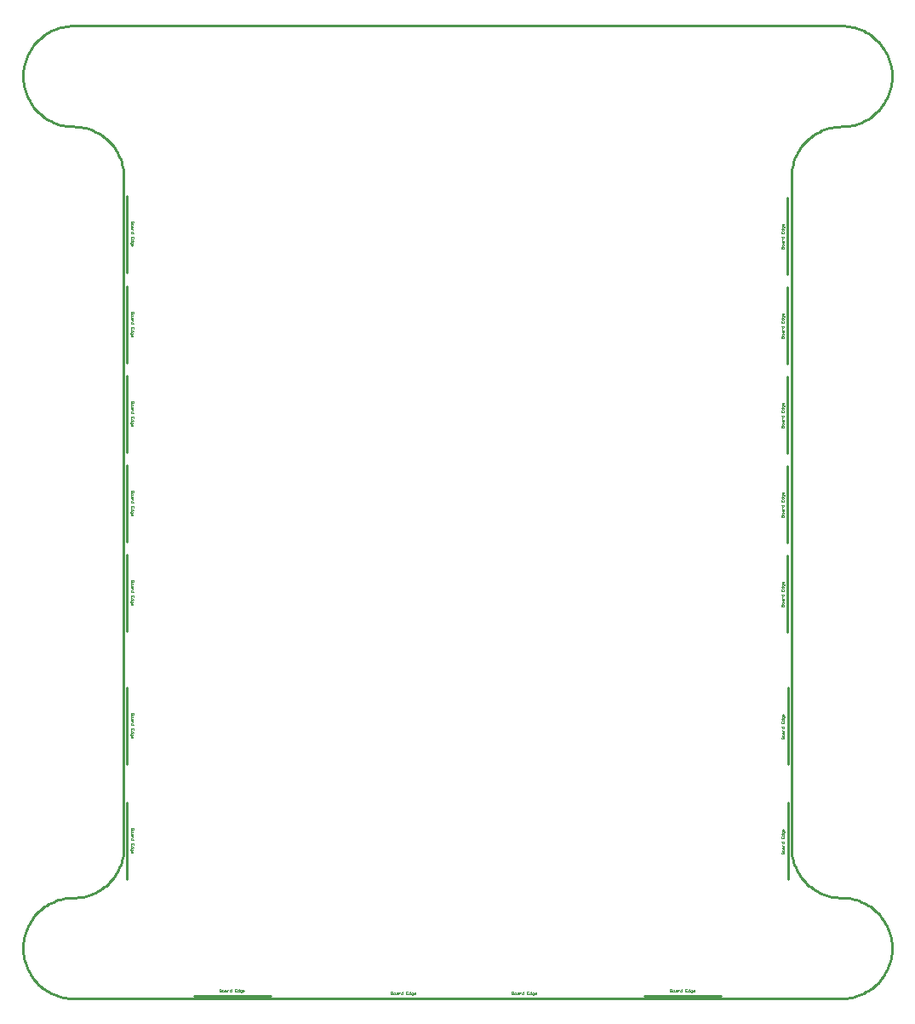
<source format=gm1>
G04*
G04 #@! TF.GenerationSoftware,Altium Limited,Altium Designer,20.1.12 (249)*
G04*
G04 Layer_Color=16711935*
%FSLAX25Y25*%
%MOIN*%
G70*
G04*
G04 #@! TF.SameCoordinates,2042196E-867F-4DAE-B54E-166F92C2B522*
G04*
G04*
G04 #@! TF.FilePolarity,Positive*
G04*
G01*
G75*
%ADD10C,0.01000*%
%ADD82C,0.00200*%
D10*
X263000Y531445D02*
X262975Y532442D01*
X262899Y533436D01*
X262773Y534426D01*
X262597Y535407D01*
X262372Y536379D01*
X262097Y537338D01*
X261775Y538282D01*
X261405Y539208D01*
X260988Y540114D01*
X260526Y540998D01*
X260020Y541858D01*
X259472Y542690D01*
X258881Y543494D01*
X258251Y544267D01*
X257582Y545007D01*
X256877Y545712D01*
X256137Y546381D01*
X255364Y547011D01*
X254560Y547602D01*
X253728Y548150D01*
X252868Y548656D01*
X251984Y549118D01*
X251078Y549535D01*
X250152Y549905D01*
X249208Y550227D01*
X248249Y550501D01*
X247277Y550727D01*
X246296Y550903D01*
X245306Y551029D01*
X244312Y551105D01*
X243315Y551130D01*
X544185D02*
X543188Y551105D01*
X542194Y551029D01*
X541204Y550903D01*
X540223Y550727D01*
X539251Y550501D01*
X538292Y550227D01*
X537348Y549905D01*
X536422Y549535D01*
X535516Y549118D01*
X534632Y548656D01*
X533772Y548150D01*
X532940Y547602D01*
X532136Y547011D01*
X531363Y546381D01*
X530623Y545712D01*
X529917Y545007D01*
X529249Y544267D01*
X528619Y543494D01*
X528028Y542690D01*
X527479Y541857D01*
X526973Y540998D01*
X526512Y540114D01*
X526095Y539208D01*
X525725Y538282D01*
X525403Y537338D01*
X525128Y536379D01*
X524903Y535407D01*
X524727Y534426D01*
X524601Y533436D01*
X524525Y532442D01*
X524500Y531445D01*
X243315Y249370D02*
X242318Y249345D01*
X241323Y249269D01*
X240334Y249143D01*
X239352Y248967D01*
X238381Y248742D01*
X237422Y248467D01*
X236478Y248145D01*
X235552Y247775D01*
X234646Y247358D01*
X233762Y246897D01*
X232902Y246391D01*
X232069Y245842D01*
X231266Y245251D01*
X230493Y244621D01*
X229753Y243953D01*
X229047Y243247D01*
X228379Y242507D01*
X227748Y241734D01*
X227158Y240931D01*
X226609Y240098D01*
X226103Y239238D01*
X225642Y238354D01*
X225225Y237448D01*
X224855Y236522D01*
X224533Y235578D01*
X224258Y234619D01*
X224033Y233648D01*
X223857Y232666D01*
X223731Y231677D01*
X223655Y230682D01*
X223630Y229685D01*
X223655Y228688D01*
X223731Y227694D01*
X223857Y226704D01*
X224033Y225722D01*
X224258Y224751D01*
X224533Y223792D01*
X224855Y222848D01*
X225225Y221922D01*
X225642Y221016D01*
X226103Y220132D01*
X226609Y219272D01*
X227158Y218440D01*
X227748Y217636D01*
X228379Y216863D01*
X229047Y216123D01*
X229753Y215417D01*
X230493Y214749D01*
X231266Y214119D01*
X232070Y213528D01*
X232902Y212979D01*
X233762Y212474D01*
X234646Y212012D01*
X235552Y211595D01*
X236478Y211225D01*
X237422Y210903D01*
X238381Y210628D01*
X239352Y210403D01*
X240334Y210227D01*
X241323Y210101D01*
X242318Y210025D01*
X243315Y210000D01*
Y249370D02*
X244312Y249395D01*
X245306Y249471D01*
X246296Y249597D01*
X247277Y249773D01*
X248249Y249998D01*
X249208Y250273D01*
X250152Y250595D01*
X251078Y250965D01*
X251984Y251382D01*
X252868Y251844D01*
X253728Y252349D01*
X254560Y252898D01*
X255364Y253489D01*
X256137Y254119D01*
X256877Y254788D01*
X257582Y255493D01*
X258251Y256233D01*
X258881Y257006D01*
X259472Y257810D01*
X260021Y258643D01*
X260526Y259502D01*
X260988Y260386D01*
X261405Y261292D01*
X261775Y262218D01*
X262097Y263162D01*
X262372Y264121D01*
X262597Y265093D01*
X262773Y266074D01*
X262899Y267064D01*
X262975Y268058D01*
X263000Y269055D01*
X524506Y269050D02*
X524531Y268053D01*
X524607Y267059D01*
X524733Y266070D01*
X524909Y265088D01*
X525134Y264116D01*
X525409Y263157D01*
X525731Y262214D01*
X526101Y261287D01*
X526518Y260381D01*
X526979Y259497D01*
X527486Y258638D01*
X528034Y257805D01*
X528625Y257001D01*
X529255Y256228D01*
X529923Y255488D01*
X530629Y254783D01*
X531369Y254114D01*
X532142Y253484D01*
X532946Y252894D01*
X533778Y252345D01*
X534638Y251839D01*
X535522Y251377D01*
X536428Y250961D01*
X537354Y250591D01*
X538298Y250268D01*
X539257Y249994D01*
X540229Y249768D01*
X541210Y249592D01*
X542200Y249466D01*
X543194Y249391D01*
X544191Y249365D01*
X243315Y590500D02*
X242318Y590475D01*
X241323Y590399D01*
X240334Y590273D01*
X239352Y590097D01*
X238381Y589872D01*
X237422Y589597D01*
X236478Y589275D01*
X235552Y588905D01*
X234646Y588488D01*
X233762Y588027D01*
X232902Y587521D01*
X232069Y586972D01*
X231266Y586381D01*
X230493Y585751D01*
X229753Y585082D01*
X229047Y584377D01*
X228379Y583637D01*
X227748Y582864D01*
X227158Y582060D01*
X226609Y581228D01*
X226103Y580368D01*
X225642Y579484D01*
X225225Y578578D01*
X224855Y577652D01*
X224533Y576708D01*
X224258Y575749D01*
X224033Y574778D01*
X223857Y573796D01*
X223731Y572806D01*
X223655Y571812D01*
X223630Y570815D01*
X223655Y569818D01*
X223731Y568823D01*
X223857Y567834D01*
X224033Y566852D01*
X224258Y565881D01*
X224533Y564922D01*
X224855Y563978D01*
X225225Y563052D01*
X225642Y562146D01*
X226103Y561262D01*
X226609Y560402D01*
X227158Y559570D01*
X227748Y558766D01*
X228379Y557993D01*
X229047Y557253D01*
X229753Y556547D01*
X230493Y555879D01*
X231266Y555248D01*
X232069Y554658D01*
X232902Y554109D01*
X233762Y553603D01*
X234646Y553142D01*
X235552Y552725D01*
X236478Y552355D01*
X237422Y552033D01*
X238381Y551758D01*
X239352Y551533D01*
X240334Y551357D01*
X241323Y551231D01*
X242318Y551155D01*
X243315Y551130D01*
X544185D02*
X545182Y551155D01*
X546176Y551231D01*
X547166Y551357D01*
X548148Y551533D01*
X549119Y551758D01*
X550078Y552033D01*
X551022Y552355D01*
X551948Y552725D01*
X552854Y553142D01*
X553738Y553603D01*
X554598Y554109D01*
X555431Y554658D01*
X556234Y555248D01*
X557007Y555879D01*
X557747Y556547D01*
X558453Y557253D01*
X559121Y557993D01*
X559752Y558766D01*
X560342Y559570D01*
X560891Y560402D01*
X561397Y561262D01*
X561858Y562146D01*
X562275Y563052D01*
X562645Y563978D01*
X562967Y564922D01*
X563242Y565881D01*
X563467Y566852D01*
X563643Y567834D01*
X563769Y568823D01*
X563845Y569818D01*
X563870Y570815D01*
X563845Y571812D01*
X563769Y572807D01*
X563643Y573796D01*
X563467Y574778D01*
X563242Y575749D01*
X562967Y576708D01*
X562645Y577652D01*
X562275Y578578D01*
X561858Y579484D01*
X561397Y580368D01*
X560891Y581228D01*
X560342Y582060D01*
X559752Y582864D01*
X559121Y583637D01*
X558453Y584377D01*
X557747Y585083D01*
X557007Y585751D01*
X556234Y586381D01*
X555430Y586972D01*
X554598Y587521D01*
X553738Y588027D01*
X552854Y588488D01*
X551948Y588905D01*
X551022Y589275D01*
X550078Y589597D01*
X549119Y589872D01*
X548147Y590097D01*
X547166Y590273D01*
X546176Y590399D01*
X545182Y590475D01*
X544185Y590500D01*
X544191Y209995D02*
X545188Y210020D01*
X546182Y210096D01*
X547172Y210222D01*
X548154Y210398D01*
X549125Y210624D01*
X550084Y210898D01*
X551028Y211221D01*
X551954Y211591D01*
X552860Y212007D01*
X553744Y212469D01*
X554604Y212975D01*
X555437Y213524D01*
X556240Y214114D01*
X557013Y214744D01*
X557753Y215413D01*
X558459Y216118D01*
X559127Y216858D01*
X559758Y217631D01*
X560348Y218435D01*
X560897Y219268D01*
X561403Y220127D01*
X561864Y221011D01*
X562281Y221917D01*
X562651Y222844D01*
X562973Y223787D01*
X563248Y224746D01*
X563473Y225718D01*
X563649Y226699D01*
X563775Y227689D01*
X563851Y228683D01*
X563876Y229680D01*
X563851Y230677D01*
X563775Y231672D01*
X563649Y232661D01*
X563473Y233643D01*
X563248Y234614D01*
X562973Y235573D01*
X562651Y236517D01*
X562281Y237443D01*
X561864Y238350D01*
X561403Y239233D01*
X560897Y240093D01*
X560348Y240926D01*
X559758Y241730D01*
X559127Y242503D01*
X558459Y243243D01*
X557753Y243948D01*
X557013Y244617D01*
X556240Y245247D01*
X555436Y245837D01*
X554604Y246386D01*
X553744Y246892D01*
X552860Y247354D01*
X551954Y247770D01*
X551028Y248140D01*
X550084Y248463D01*
X549125Y248737D01*
X548153Y248962D01*
X547172Y249138D01*
X546182Y249264D01*
X545188Y249340D01*
X544191Y249365D01*
X263000Y269055D02*
X263000Y269055D01*
X263000Y269055D02*
Y531445D01*
X524500D02*
X524500Y269000D01*
X243315Y210000D02*
X524500D01*
X263000Y590500D02*
X524500D01*
X243315D02*
X263000D01*
X524500D02*
X544185D01*
X524506Y209995D02*
X544191D01*
X405000Y210000D02*
X435000D01*
X264376Y494000D02*
Y524000D01*
X523000Y493376D02*
Y523376D01*
X264376Y458500D02*
Y488500D01*
X523000Y458376D02*
Y488376D01*
X264376Y423500D02*
Y453500D01*
X523000Y423376D02*
Y453376D01*
X264376Y388500D02*
Y418500D01*
X523000Y388376D02*
Y418376D01*
X264376Y353500D02*
Y383500D01*
X523000Y353376D02*
Y383376D01*
X264376Y301500D02*
Y331500D01*
X523124Y301500D02*
Y331500D01*
X264376Y256500D02*
Y286500D01*
X523124Y256500D02*
Y286500D01*
X467000Y211000D02*
X497000D01*
X290500D02*
X320500D01*
X357701Y210000D02*
X387701D01*
D82*
X415000Y212500D02*
Y211500D01*
X415500D01*
X415666Y211667D01*
Y211833D01*
X415500Y212000D01*
X415000D01*
X415500D01*
X415666Y212166D01*
Y212333D01*
X415500Y212500D01*
X415000D01*
X416166Y211500D02*
X416500D01*
X416666Y211667D01*
Y212000D01*
X416500Y212166D01*
X416166D01*
X416000Y212000D01*
Y211667D01*
X416166Y211500D01*
X417166Y212166D02*
X417499D01*
X417666Y212000D01*
Y211500D01*
X417166D01*
X416999Y211667D01*
X417166Y211833D01*
X417666D01*
X417999Y212166D02*
Y211500D01*
Y211833D01*
X418166Y212000D01*
X418332Y212166D01*
X418499D01*
X419665Y212500D02*
Y211500D01*
X419165D01*
X418999Y211667D01*
Y212000D01*
X419165Y212166D01*
X419665D01*
X421664Y212500D02*
X420998D01*
Y211500D01*
X421664D01*
X420998Y212000D02*
X421331D01*
X422664Y212500D02*
Y211500D01*
X422164D01*
X421998Y211667D01*
Y212000D01*
X422164Y212166D01*
X422664D01*
X423331Y211167D02*
X423497D01*
X423664Y211333D01*
Y212166D01*
X423164D01*
X422997Y212000D01*
Y211667D01*
X423164Y211500D01*
X423664D01*
X424497D02*
X424164D01*
X423997Y211667D01*
Y212000D01*
X424164Y212166D01*
X424497D01*
X424664Y212000D01*
Y211833D01*
X423997D01*
X266876Y514000D02*
X265876D01*
Y513500D01*
X266043Y513334D01*
X266210D01*
X266376Y513500D01*
Y514000D01*
Y513500D01*
X266543Y513334D01*
X266709D01*
X266876Y513500D01*
Y514000D01*
X265876Y512834D02*
Y512500D01*
X266043Y512334D01*
X266376D01*
X266543Y512500D01*
Y512834D01*
X266376Y513000D01*
X266043D01*
X265876Y512834D01*
X266543Y511834D02*
Y511501D01*
X266376Y511334D01*
X265876D01*
Y511834D01*
X266043Y512001D01*
X266210Y511834D01*
Y511334D01*
X266543Y511001D02*
X265876D01*
X266210D01*
X266376Y510834D01*
X266543Y510668D01*
Y510501D01*
X266876Y509335D02*
X265876D01*
Y509835D01*
X266043Y510001D01*
X266376D01*
X266543Y509835D01*
Y509335D01*
X266876Y507336D02*
Y508002D01*
X265876D01*
Y507336D01*
X266376Y508002D02*
Y507669D01*
X266876Y506336D02*
X265876D01*
Y506836D01*
X266043Y507002D01*
X266376D01*
X266543Y506836D01*
Y506336D01*
X265543Y505669D02*
Y505503D01*
X265710Y505336D01*
X266543D01*
Y505836D01*
X266376Y506003D01*
X266043D01*
X265876Y505836D01*
Y505336D01*
Y504503D02*
Y504836D01*
X266043Y505003D01*
X266376D01*
X266543Y504836D01*
Y504503D01*
X266376Y504336D01*
X266210D01*
Y505003D01*
X520500Y503376D02*
X521500D01*
Y503876D01*
X521333Y504043D01*
X521167D01*
X521000Y503876D01*
Y503376D01*
Y503876D01*
X520834Y504043D01*
X520667D01*
X520500Y503876D01*
Y503376D01*
X521500Y504543D02*
Y504876D01*
X521333Y505043D01*
X521000D01*
X520834Y504876D01*
Y504543D01*
X521000Y504376D01*
X521333D01*
X521500Y504543D01*
X520834Y505542D02*
Y505876D01*
X521000Y506042D01*
X521500D01*
Y505542D01*
X521333Y505376D01*
X521167Y505542D01*
Y506042D01*
X520834Y506375D02*
X521500D01*
X521167D01*
X521000Y506542D01*
X520834Y506709D01*
Y506875D01*
X520500Y508042D02*
X521500D01*
Y507542D01*
X521333Y507375D01*
X521000D01*
X520834Y507542D01*
Y508042D01*
X520500Y510041D02*
Y509375D01*
X521500D01*
Y510041D01*
X521000Y509375D02*
Y509708D01*
X520500Y511041D02*
X521500D01*
Y510541D01*
X521333Y510374D01*
X521000D01*
X520834Y510541D01*
Y511041D01*
X521833Y511707D02*
Y511874D01*
X521667Y512040D01*
X520834D01*
Y511540D01*
X521000Y511374D01*
X521333D01*
X521500Y511540D01*
Y512040D01*
Y512873D02*
Y512540D01*
X521333Y512373D01*
X521000D01*
X520834Y512540D01*
Y512873D01*
X521000Y513040D01*
X521167D01*
Y512373D01*
X266876Y478500D02*
X265876D01*
Y478000D01*
X266043Y477834D01*
X266210D01*
X266376Y478000D01*
Y478500D01*
Y478000D01*
X266543Y477834D01*
X266709D01*
X266876Y478000D01*
Y478500D01*
X265876Y477334D02*
Y477001D01*
X266043Y476834D01*
X266376D01*
X266543Y477001D01*
Y477334D01*
X266376Y477500D01*
X266043D01*
X265876Y477334D01*
X266543Y476334D02*
Y476001D01*
X266376Y475834D01*
X265876D01*
Y476334D01*
X266043Y476501D01*
X266210Y476334D01*
Y475834D01*
X266543Y475501D02*
X265876D01*
X266210D01*
X266376Y475334D01*
X266543Y475168D01*
Y475001D01*
X266876Y473835D02*
X265876D01*
Y474335D01*
X266043Y474501D01*
X266376D01*
X266543Y474335D01*
Y473835D01*
X266876Y471836D02*
Y472502D01*
X265876D01*
Y471836D01*
X266376Y472502D02*
Y472169D01*
X266876Y470836D02*
X265876D01*
Y471336D01*
X266043Y471502D01*
X266376D01*
X266543Y471336D01*
Y470836D01*
X265543Y470169D02*
Y470003D01*
X265710Y469836D01*
X266543D01*
Y470336D01*
X266376Y470503D01*
X266043D01*
X265876Y470336D01*
Y469836D01*
Y469003D02*
Y469336D01*
X266043Y469503D01*
X266376D01*
X266543Y469336D01*
Y469003D01*
X266376Y468836D01*
X266210D01*
Y469503D01*
X520500Y468376D02*
X521500D01*
Y468876D01*
X521333Y469043D01*
X521167D01*
X521000Y468876D01*
Y468376D01*
Y468876D01*
X520834Y469043D01*
X520667D01*
X520500Y468876D01*
Y468376D01*
X521500Y469543D02*
Y469876D01*
X521333Y470043D01*
X521000D01*
X520834Y469876D01*
Y469543D01*
X521000Y469376D01*
X521333D01*
X521500Y469543D01*
X520834Y470542D02*
Y470876D01*
X521000Y471042D01*
X521500D01*
Y470542D01*
X521333Y470376D01*
X521167Y470542D01*
Y471042D01*
X520834Y471375D02*
X521500D01*
X521167D01*
X521000Y471542D01*
X520834Y471709D01*
Y471875D01*
X520500Y473042D02*
X521500D01*
Y472542D01*
X521333Y472375D01*
X521000D01*
X520834Y472542D01*
Y473042D01*
X520500Y475041D02*
Y474374D01*
X521500D01*
Y475041D01*
X521000Y474374D02*
Y474708D01*
X520500Y476041D02*
X521500D01*
Y475541D01*
X521333Y475374D01*
X521000D01*
X520834Y475541D01*
Y476041D01*
X521833Y476707D02*
Y476874D01*
X521667Y477040D01*
X520834D01*
Y476540D01*
X521000Y476374D01*
X521333D01*
X521500Y476540D01*
Y477040D01*
Y477873D02*
Y477540D01*
X521333Y477374D01*
X521000D01*
X520834Y477540D01*
Y477873D01*
X521000Y478040D01*
X521167D01*
Y477374D01*
X266876Y443500D02*
X265876D01*
Y443000D01*
X266043Y442834D01*
X266210D01*
X266376Y443000D01*
Y443500D01*
Y443000D01*
X266543Y442834D01*
X266709D01*
X266876Y443000D01*
Y443500D01*
X265876Y442334D02*
Y442000D01*
X266043Y441834D01*
X266376D01*
X266543Y442000D01*
Y442334D01*
X266376Y442500D01*
X266043D01*
X265876Y442334D01*
X266543Y441334D02*
Y441001D01*
X266376Y440834D01*
X265876D01*
Y441334D01*
X266043Y441501D01*
X266210Y441334D01*
Y440834D01*
X266543Y440501D02*
X265876D01*
X266210D01*
X266376Y440334D01*
X266543Y440168D01*
Y440001D01*
X266876Y438835D02*
X265876D01*
Y439335D01*
X266043Y439501D01*
X266376D01*
X266543Y439335D01*
Y438835D01*
X266876Y436835D02*
Y437502D01*
X265876D01*
Y436835D01*
X266376Y437502D02*
Y437169D01*
X266876Y435836D02*
X265876D01*
Y436336D01*
X266043Y436502D01*
X266376D01*
X266543Y436336D01*
Y435836D01*
X265543Y435169D02*
Y435003D01*
X265710Y434836D01*
X266543D01*
Y435336D01*
X266376Y435503D01*
X266043D01*
X265876Y435336D01*
Y434836D01*
Y434003D02*
Y434336D01*
X266043Y434503D01*
X266376D01*
X266543Y434336D01*
Y434003D01*
X266376Y433836D01*
X266210D01*
Y434503D01*
X520500Y433376D02*
X521500D01*
Y433876D01*
X521333Y434043D01*
X521167D01*
X521000Y433876D01*
Y433376D01*
Y433876D01*
X520834Y434043D01*
X520667D01*
X520500Y433876D01*
Y433376D01*
X521500Y434543D02*
Y434876D01*
X521333Y435042D01*
X521000D01*
X520834Y434876D01*
Y434543D01*
X521000Y434376D01*
X521333D01*
X521500Y434543D01*
X520834Y435542D02*
Y435876D01*
X521000Y436042D01*
X521500D01*
Y435542D01*
X521333Y435376D01*
X521167Y435542D01*
Y436042D01*
X520834Y436375D02*
X521500D01*
X521167D01*
X521000Y436542D01*
X520834Y436709D01*
Y436875D01*
X520500Y438042D02*
X521500D01*
Y437542D01*
X521333Y437375D01*
X521000D01*
X520834Y437542D01*
Y438042D01*
X520500Y440041D02*
Y439374D01*
X521500D01*
Y440041D01*
X521000Y439374D02*
Y439708D01*
X520500Y441041D02*
X521500D01*
Y440541D01*
X521333Y440374D01*
X521000D01*
X520834Y440541D01*
Y441041D01*
X521833Y441707D02*
Y441874D01*
X521667Y442040D01*
X520834D01*
Y441540D01*
X521000Y441374D01*
X521333D01*
X521500Y441540D01*
Y442040D01*
Y442873D02*
Y442540D01*
X521333Y442374D01*
X521000D01*
X520834Y442540D01*
Y442873D01*
X521000Y443040D01*
X521167D01*
Y442374D01*
X266876Y408500D02*
X265876D01*
Y408000D01*
X266043Y407834D01*
X266210D01*
X266376Y408000D01*
Y408500D01*
Y408000D01*
X266543Y407834D01*
X266709D01*
X266876Y408000D01*
Y408500D01*
X265876Y407334D02*
Y407000D01*
X266043Y406834D01*
X266376D01*
X266543Y407000D01*
Y407334D01*
X266376Y407500D01*
X266043D01*
X265876Y407334D01*
X266543Y406334D02*
Y406001D01*
X266376Y405834D01*
X265876D01*
Y406334D01*
X266043Y406501D01*
X266210Y406334D01*
Y405834D01*
X266543Y405501D02*
X265876D01*
X266210D01*
X266376Y405334D01*
X266543Y405168D01*
Y405001D01*
X266876Y403835D02*
X265876D01*
Y404335D01*
X266043Y404501D01*
X266376D01*
X266543Y404335D01*
Y403835D01*
X266876Y401835D02*
Y402502D01*
X265876D01*
Y401835D01*
X266376Y402502D02*
Y402169D01*
X266876Y400836D02*
X265876D01*
Y401336D01*
X266043Y401502D01*
X266376D01*
X266543Y401336D01*
Y400836D01*
X265543Y400169D02*
Y400003D01*
X265710Y399836D01*
X266543D01*
Y400336D01*
X266376Y400503D01*
X266043D01*
X265876Y400336D01*
Y399836D01*
Y399003D02*
Y399336D01*
X266043Y399503D01*
X266376D01*
X266543Y399336D01*
Y399003D01*
X266376Y398836D01*
X266210D01*
Y399503D01*
X520500Y398376D02*
X521500D01*
Y398876D01*
X521333Y399043D01*
X521167D01*
X521000Y398876D01*
Y398376D01*
Y398876D01*
X520834Y399043D01*
X520667D01*
X520500Y398876D01*
Y398376D01*
X521500Y399543D02*
Y399876D01*
X521333Y400042D01*
X521000D01*
X520834Y399876D01*
Y399543D01*
X521000Y399376D01*
X521333D01*
X521500Y399543D01*
X520834Y400542D02*
Y400876D01*
X521000Y401042D01*
X521500D01*
Y400542D01*
X521333Y400376D01*
X521167Y400542D01*
Y401042D01*
X520834Y401375D02*
X521500D01*
X521167D01*
X521000Y401542D01*
X520834Y401709D01*
Y401875D01*
X520500Y403042D02*
X521500D01*
Y402542D01*
X521333Y402375D01*
X521000D01*
X520834Y402542D01*
Y403042D01*
X520500Y405041D02*
Y404375D01*
X521500D01*
Y405041D01*
X521000Y404375D02*
Y404708D01*
X520500Y406041D02*
X521500D01*
Y405541D01*
X521333Y405374D01*
X521000D01*
X520834Y405541D01*
Y406041D01*
X521833Y406707D02*
Y406874D01*
X521667Y407040D01*
X520834D01*
Y406540D01*
X521000Y406374D01*
X521333D01*
X521500Y406540D01*
Y407040D01*
Y407873D02*
Y407540D01*
X521333Y407374D01*
X521000D01*
X520834Y407540D01*
Y407873D01*
X521000Y408040D01*
X521167D01*
Y407374D01*
X266876Y373500D02*
X265876D01*
Y373000D01*
X266043Y372834D01*
X266210D01*
X266376Y373000D01*
Y373500D01*
Y373000D01*
X266543Y372834D01*
X266709D01*
X266876Y373000D01*
Y373500D01*
X265876Y372334D02*
Y372001D01*
X266043Y371834D01*
X266376D01*
X266543Y372001D01*
Y372334D01*
X266376Y372500D01*
X266043D01*
X265876Y372334D01*
X266543Y371334D02*
Y371001D01*
X266376Y370834D01*
X265876D01*
Y371334D01*
X266043Y371501D01*
X266210Y371334D01*
Y370834D01*
X266543Y370501D02*
X265876D01*
X266210D01*
X266376Y370334D01*
X266543Y370168D01*
Y370001D01*
X266876Y368835D02*
X265876D01*
Y369335D01*
X266043Y369501D01*
X266376D01*
X266543Y369335D01*
Y368835D01*
X266876Y366835D02*
Y367502D01*
X265876D01*
Y366835D01*
X266376Y367502D02*
Y367169D01*
X266876Y365836D02*
X265876D01*
Y366336D01*
X266043Y366502D01*
X266376D01*
X266543Y366336D01*
Y365836D01*
X265543Y365169D02*
Y365003D01*
X265710Y364836D01*
X266543D01*
Y365336D01*
X266376Y365503D01*
X266043D01*
X265876Y365336D01*
Y364836D01*
Y364003D02*
Y364336D01*
X266043Y364503D01*
X266376D01*
X266543Y364336D01*
Y364003D01*
X266376Y363836D01*
X266210D01*
Y364503D01*
X520500Y363376D02*
X521500D01*
Y363876D01*
X521333Y364043D01*
X521167D01*
X521000Y363876D01*
Y363376D01*
Y363876D01*
X520834Y364043D01*
X520667D01*
X520500Y363876D01*
Y363376D01*
X521500Y364543D02*
Y364876D01*
X521333Y365042D01*
X521000D01*
X520834Y364876D01*
Y364543D01*
X521000Y364376D01*
X521333D01*
X521500Y364543D01*
X520834Y365542D02*
Y365876D01*
X521000Y366042D01*
X521500D01*
Y365542D01*
X521333Y365376D01*
X521167Y365542D01*
Y366042D01*
X520834Y366375D02*
X521500D01*
X521167D01*
X521000Y366542D01*
X520834Y366709D01*
Y366875D01*
X520500Y368042D02*
X521500D01*
Y367542D01*
X521333Y367375D01*
X521000D01*
X520834Y367542D01*
Y368042D01*
X520500Y370041D02*
Y369374D01*
X521500D01*
Y370041D01*
X521000Y369374D02*
Y369708D01*
X520500Y371041D02*
X521500D01*
Y370541D01*
X521333Y370374D01*
X521000D01*
X520834Y370541D01*
Y371041D01*
X521833Y371707D02*
Y371874D01*
X521667Y372040D01*
X520834D01*
Y371540D01*
X521000Y371374D01*
X521333D01*
X521500Y371540D01*
Y372040D01*
Y372873D02*
Y372540D01*
X521333Y372374D01*
X521000D01*
X520834Y372540D01*
Y372873D01*
X521000Y373040D01*
X521167D01*
Y372374D01*
X266876Y321500D02*
X265876D01*
Y321000D01*
X266043Y320834D01*
X266210D01*
X266376Y321000D01*
Y321500D01*
Y321000D01*
X266543Y320834D01*
X266709D01*
X266876Y321000D01*
Y321500D01*
X265876Y320334D02*
Y320001D01*
X266043Y319834D01*
X266376D01*
X266543Y320001D01*
Y320334D01*
X266376Y320500D01*
X266043D01*
X265876Y320334D01*
X266543Y319334D02*
Y319001D01*
X266376Y318834D01*
X265876D01*
Y319334D01*
X266043Y319501D01*
X266210Y319334D01*
Y318834D01*
X266543Y318501D02*
X265876D01*
X266210D01*
X266376Y318334D01*
X266543Y318168D01*
Y318001D01*
X266876Y316835D02*
X265876D01*
Y317335D01*
X266043Y317501D01*
X266376D01*
X266543Y317335D01*
Y316835D01*
X266876Y314836D02*
Y315502D01*
X265876D01*
Y314836D01*
X266376Y315502D02*
Y315169D01*
X266876Y313836D02*
X265876D01*
Y314336D01*
X266043Y314502D01*
X266376D01*
X266543Y314336D01*
Y313836D01*
X265543Y313169D02*
Y313003D01*
X265710Y312836D01*
X266543D01*
Y313336D01*
X266376Y313503D01*
X266043D01*
X265876Y313336D01*
Y312836D01*
Y312003D02*
Y312336D01*
X266043Y312503D01*
X266376D01*
X266543Y312336D01*
Y312003D01*
X266376Y311836D01*
X266210D01*
Y312503D01*
X520624Y311500D02*
X521624D01*
Y312000D01*
X521457Y312166D01*
X521290D01*
X521124Y312000D01*
Y311500D01*
Y312000D01*
X520957Y312166D01*
X520791D01*
X520624Y312000D01*
Y311500D01*
X521624Y312666D02*
Y313000D01*
X521457Y313166D01*
X521124D01*
X520957Y313000D01*
Y312666D01*
X521124Y312500D01*
X521457D01*
X521624Y312666D01*
X520957Y313666D02*
Y313999D01*
X521124Y314166D01*
X521624D01*
Y313666D01*
X521457Y313499D01*
X521290Y313666D01*
Y314166D01*
X520957Y314499D02*
X521624D01*
X521290D01*
X521124Y314666D01*
X520957Y314832D01*
Y314999D01*
X520624Y316165D02*
X521624D01*
Y315665D01*
X521457Y315499D01*
X521124D01*
X520957Y315665D01*
Y316165D01*
X520624Y318164D02*
Y317498D01*
X521624D01*
Y318164D01*
X521124Y317498D02*
Y317831D01*
X520624Y319164D02*
X521624D01*
Y318664D01*
X521457Y318498D01*
X521124D01*
X520957Y318664D01*
Y319164D01*
X521957Y319831D02*
Y319997D01*
X521790Y320164D01*
X520957D01*
Y319664D01*
X521124Y319497D01*
X521457D01*
X521624Y319664D01*
Y320164D01*
Y320997D02*
Y320664D01*
X521457Y320497D01*
X521124D01*
X520957Y320664D01*
Y320997D01*
X521124Y321164D01*
X521290D01*
Y320497D01*
X266876Y276500D02*
X265876D01*
Y276000D01*
X266043Y275834D01*
X266210D01*
X266376Y276000D01*
Y276500D01*
Y276000D01*
X266543Y275834D01*
X266709D01*
X266876Y276000D01*
Y276500D01*
X265876Y275334D02*
Y275001D01*
X266043Y274834D01*
X266376D01*
X266543Y275001D01*
Y275334D01*
X266376Y275500D01*
X266043D01*
X265876Y275334D01*
X266543Y274334D02*
Y274001D01*
X266376Y273834D01*
X265876D01*
Y274334D01*
X266043Y274501D01*
X266210Y274334D01*
Y273834D01*
X266543Y273501D02*
X265876D01*
X266210D01*
X266376Y273334D01*
X266543Y273168D01*
Y273001D01*
X266876Y271835D02*
X265876D01*
Y272335D01*
X266043Y272501D01*
X266376D01*
X266543Y272335D01*
Y271835D01*
X266876Y269835D02*
Y270502D01*
X265876D01*
Y269835D01*
X266376Y270502D02*
Y270169D01*
X266876Y268836D02*
X265876D01*
Y269336D01*
X266043Y269502D01*
X266376D01*
X266543Y269336D01*
Y268836D01*
X265543Y268169D02*
Y268003D01*
X265710Y267836D01*
X266543D01*
Y268336D01*
X266376Y268503D01*
X266043D01*
X265876Y268336D01*
Y267836D01*
Y267003D02*
Y267336D01*
X266043Y267503D01*
X266376D01*
X266543Y267336D01*
Y267003D01*
X266376Y266836D01*
X266210D01*
Y267503D01*
X520624Y266500D02*
X521624D01*
Y267000D01*
X521457Y267166D01*
X521290D01*
X521124Y267000D01*
Y266500D01*
Y267000D01*
X520957Y267166D01*
X520791D01*
X520624Y267000D01*
Y266500D01*
X521624Y267666D02*
Y268000D01*
X521457Y268166D01*
X521124D01*
X520957Y268000D01*
Y267666D01*
X521124Y267500D01*
X521457D01*
X521624Y267666D01*
X520957Y268666D02*
Y268999D01*
X521124Y269166D01*
X521624D01*
Y268666D01*
X521457Y268499D01*
X521290Y268666D01*
Y269166D01*
X520957Y269499D02*
X521624D01*
X521290D01*
X521124Y269666D01*
X520957Y269832D01*
Y269999D01*
X520624Y271165D02*
X521624D01*
Y270665D01*
X521457Y270499D01*
X521124D01*
X520957Y270665D01*
Y271165D01*
X520624Y273165D02*
Y272498D01*
X521624D01*
Y273165D01*
X521124Y272498D02*
Y272831D01*
X520624Y274164D02*
X521624D01*
Y273664D01*
X521457Y273498D01*
X521124D01*
X520957Y273664D01*
Y274164D01*
X521957Y274831D02*
Y274997D01*
X521790Y275164D01*
X520957D01*
Y274664D01*
X521124Y274497D01*
X521457D01*
X521624Y274664D01*
Y275164D01*
Y275997D02*
Y275664D01*
X521457Y275497D01*
X521124D01*
X520957Y275664D01*
Y275997D01*
X521124Y276164D01*
X521290D01*
Y275497D01*
X477000Y213500D02*
Y212500D01*
X477500D01*
X477666Y212667D01*
Y212833D01*
X477500Y213000D01*
X477000D01*
X477500D01*
X477666Y213166D01*
Y213333D01*
X477500Y213500D01*
X477000D01*
X478166Y212500D02*
X478500D01*
X478666Y212667D01*
Y213000D01*
X478500Y213166D01*
X478166D01*
X478000Y213000D01*
Y212667D01*
X478166Y212500D01*
X479166Y213166D02*
X479499D01*
X479666Y213000D01*
Y212500D01*
X479166D01*
X478999Y212667D01*
X479166Y212833D01*
X479666D01*
X479999Y213166D02*
Y212500D01*
Y212833D01*
X480166Y213000D01*
X480332Y213166D01*
X480499D01*
X481665Y213500D02*
Y212500D01*
X481165D01*
X480999Y212667D01*
Y213000D01*
X481165Y213166D01*
X481665D01*
X483665Y213500D02*
X482998D01*
Y212500D01*
X483665D01*
X482998Y213000D02*
X483331D01*
X484664Y213500D02*
Y212500D01*
X484164D01*
X483998Y212667D01*
Y213000D01*
X484164Y213166D01*
X484664D01*
X485331Y212167D02*
X485497D01*
X485664Y212333D01*
Y213166D01*
X485164D01*
X484997Y213000D01*
Y212667D01*
X485164Y212500D01*
X485664D01*
X486497D02*
X486164D01*
X485997Y212667D01*
Y213000D01*
X486164Y213166D01*
X486497D01*
X486664Y213000D01*
Y212833D01*
X485997D01*
X300500Y213500D02*
Y212500D01*
X301000D01*
X301166Y212667D01*
Y212833D01*
X301000Y213000D01*
X300500D01*
X301000D01*
X301166Y213166D01*
Y213333D01*
X301000Y213500D01*
X300500D01*
X301666Y212500D02*
X301999D01*
X302166Y212667D01*
Y213000D01*
X301999Y213166D01*
X301666D01*
X301500Y213000D01*
Y212667D01*
X301666Y212500D01*
X302666Y213166D02*
X302999D01*
X303166Y213000D01*
Y212500D01*
X302666D01*
X302499Y212667D01*
X302666Y212833D01*
X303166D01*
X303499Y213166D02*
Y212500D01*
Y212833D01*
X303666Y213000D01*
X303832Y213166D01*
X303999D01*
X305165Y213500D02*
Y212500D01*
X304665D01*
X304499Y212667D01*
Y213000D01*
X304665Y213166D01*
X305165D01*
X307165Y213500D02*
X306498D01*
Y212500D01*
X307165D01*
X306498Y213000D02*
X306831D01*
X308164Y213500D02*
Y212500D01*
X307664D01*
X307498Y212667D01*
Y213000D01*
X307664Y213166D01*
X308164D01*
X308831Y212167D02*
X308997D01*
X309164Y212333D01*
Y213166D01*
X308664D01*
X308497Y213000D01*
Y212667D01*
X308664Y212500D01*
X309164D01*
X309997D02*
X309664D01*
X309497Y212667D01*
Y213000D01*
X309664Y213166D01*
X309997D01*
X310164Y213000D01*
Y212833D01*
X309497D01*
X367701Y212500D02*
Y211500D01*
X368201D01*
X368367Y211667D01*
Y211833D01*
X368201Y212000D01*
X367701D01*
X368201D01*
X368367Y212166D01*
Y212333D01*
X368201Y212500D01*
X367701D01*
X368867Y211500D02*
X369200D01*
X369367Y211667D01*
Y212000D01*
X369200Y212166D01*
X368867D01*
X368701Y212000D01*
Y211667D01*
X368867Y211500D01*
X369867Y212166D02*
X370200D01*
X370367Y212000D01*
Y211500D01*
X369867D01*
X369700Y211667D01*
X369867Y211833D01*
X370367D01*
X370700Y212166D02*
Y211500D01*
Y211833D01*
X370866Y212000D01*
X371033Y212166D01*
X371200D01*
X372366Y212500D02*
Y211500D01*
X371866D01*
X371700Y211667D01*
Y212000D01*
X371866Y212166D01*
X372366D01*
X374365Y212500D02*
X373699D01*
Y211500D01*
X374365D01*
X373699Y212000D02*
X374032D01*
X375365Y212500D02*
Y211500D01*
X374865D01*
X374698Y211667D01*
Y212000D01*
X374865Y212166D01*
X375365D01*
X376031Y211167D02*
X376198D01*
X376365Y211333D01*
Y212166D01*
X375865D01*
X375698Y212000D01*
Y211667D01*
X375865Y211500D01*
X376365D01*
X377198D02*
X376865D01*
X376698Y211667D01*
Y212000D01*
X376865Y212166D01*
X377198D01*
X377364Y212000D01*
Y211833D01*
X376698D01*
M02*

</source>
